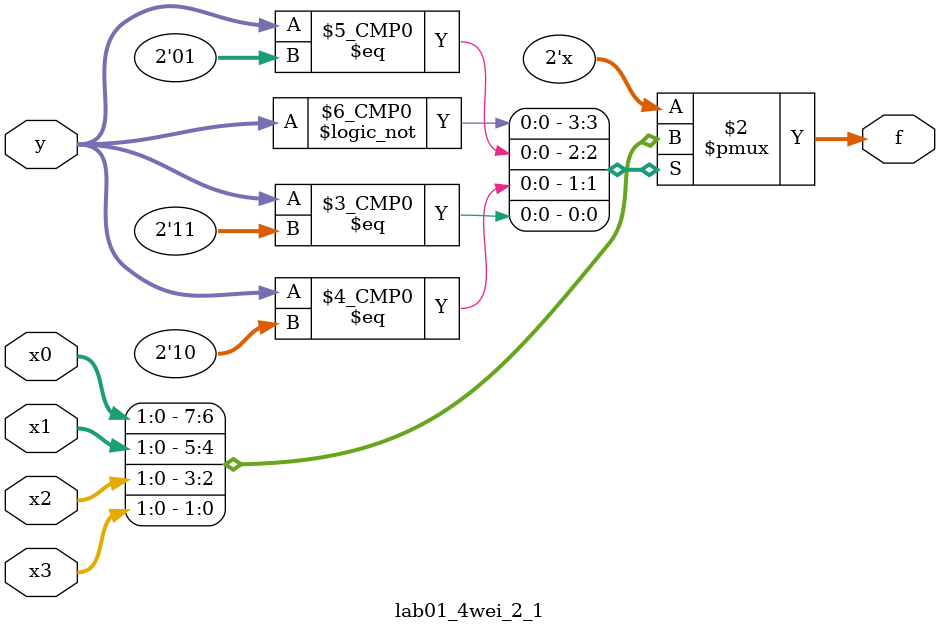
<source format=v>
module lab01_4wei_2_1(x0,x1,x2,x3,y,f);
	input [1:0]x0;
	input [1:0]x1;
	input [1:0]x2;
	input [1:0]x3;
	input [1:0]y;
	output reg [1:0]f;
	
	always@(*)
		case (y)
		0: f = x0;
		1: f = x1;
		2: f = x2;
		3: f = x3;
		default: f = 2'b00; 
		endcase 
endmodule 
</source>
